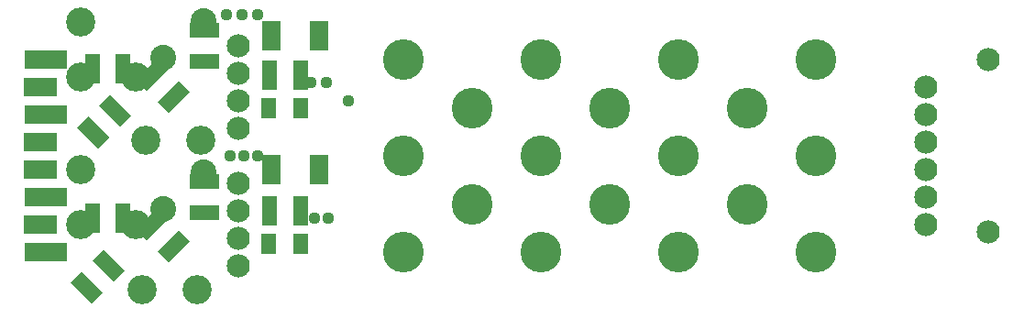
<source format=gbr>
G04 EAGLE Gerber RS-274X export*
G75*
%MOMM*%
%FSLAX34Y34*%
%LPD*%
%INSoldermask Bottom*%
%IPPOS*%
%AMOC8*
5,1,8,0,0,1.08239X$1,22.5*%
G01*
%ADD10C,3.759200*%
%ADD11C,2.133600*%
%ADD12C,2.692400*%
%ADD13R,2.743200X1.473200*%
%ADD14C,2.387600*%
%ADD15R,3.968750X1.746250*%
%ADD16R,3.016250X1.746250*%
%ADD17R,1.473200X2.743200*%
%ADD18R,1.790600X2.743200*%
%ADD19R,1.346200X1.905000*%
%ADD20C,1.109600*%


D10*
X647700Y127000D03*
X266700Y127000D03*
X393700Y127000D03*
X520700Y127000D03*
X647700Y38100D03*
X266700Y38100D03*
X393700Y38100D03*
X520700Y38100D03*
X266700Y215900D03*
X393700Y215900D03*
X520700Y215900D03*
X584200Y171450D03*
X330200Y171450D03*
X457200Y171450D03*
X584200Y82550D03*
X330200Y82550D03*
X457200Y82550D03*
X647700Y215900D03*
D11*
X114300Y101600D03*
X114300Y152400D03*
X114300Y76200D03*
X114300Y50800D03*
X114300Y25400D03*
X114300Y177800D03*
X114300Y203200D03*
X114300Y228600D03*
X749300Y114300D03*
X749300Y139700D03*
X749300Y88900D03*
X749300Y63500D03*
X749300Y165100D03*
X749300Y190500D03*
X806450Y57150D03*
X806450Y215900D03*
D12*
X-31750Y114300D03*
X-31750Y63500D03*
X19050Y63500D03*
D13*
G36*
X69459Y48361D02*
X50062Y28964D01*
X39645Y39381D01*
X59042Y58778D01*
X69459Y48361D01*
G37*
G36*
X49254Y68568D02*
X29857Y49171D01*
X19440Y59588D01*
X38837Y78985D01*
X49254Y68568D01*
G37*
G36*
X-21489Y-9134D02*
X-40886Y10263D01*
X-30469Y20680D01*
X-11072Y1283D01*
X-21489Y-9134D01*
G37*
G36*
X-1282Y11071D02*
X-20679Y30468D01*
X-10262Y40885D01*
X9135Y21488D01*
X-1282Y11071D01*
G37*
X82550Y103188D03*
X82550Y74613D03*
D14*
X45242Y78224D03*
X81758Y112276D03*
D12*
X-31750Y250825D03*
X-31750Y200025D03*
X19050Y200025D03*
D13*
G36*
X69459Y186474D02*
X50062Y167077D01*
X39645Y177494D01*
X59042Y196891D01*
X69459Y186474D01*
G37*
G36*
X49254Y206681D02*
X29857Y187284D01*
X19440Y197701D01*
X38837Y217098D01*
X49254Y206681D01*
G37*
G36*
X-15139Y133741D02*
X-34536Y153138D01*
X-24119Y163555D01*
X-4722Y144158D01*
X-15139Y133741D01*
G37*
G36*
X5068Y153946D02*
X-14329Y173343D01*
X-3912Y183760D01*
X15485Y164363D01*
X5068Y153946D01*
G37*
X82550Y242888D03*
X82550Y214313D03*
D14*
X45242Y217924D03*
X81758Y251976D03*
D15*
X-63500Y215900D03*
X-63500Y165100D03*
X-63500Y88900D03*
X-63500Y38100D03*
D16*
X-68263Y139700D03*
X-68263Y114300D03*
X-68263Y63500D03*
X-68263Y190500D03*
D17*
X7938Y207962D03*
X-20638Y207963D03*
X7938Y69849D03*
X-20638Y69850D03*
D12*
X28575Y141288D03*
X79375Y141288D03*
X25400Y3175D03*
X76200Y3175D03*
D18*
X188913Y114300D03*
X144463Y114300D03*
D17*
X142875Y201614D03*
X171451Y201613D03*
X142875Y76201D03*
X171451Y76200D03*
D18*
X188913Y238125D03*
X144463Y238125D03*
D19*
X171895Y171450D03*
X142431Y171450D03*
X171895Y46038D03*
X142431Y46038D03*
D20*
X215900Y177800D03*
X-63500Y38100D03*
X-63500Y165100D03*
X180975Y195263D03*
X-63500Y215900D03*
X-63500Y88900D03*
X-76200Y215900D03*
X-50800Y215900D03*
X-76200Y165100D03*
X-50800Y165100D03*
X-50800Y88900D03*
X-76200Y88900D03*
X-76200Y38100D03*
X131763Y127000D03*
X119063Y127000D03*
X106363Y127000D03*
X195263Y195263D03*
X196850Y69850D03*
X184150Y69850D03*
X-50800Y38100D03*
X103188Y257175D03*
X117475Y257175D03*
X131763Y257175D03*
M02*

</source>
